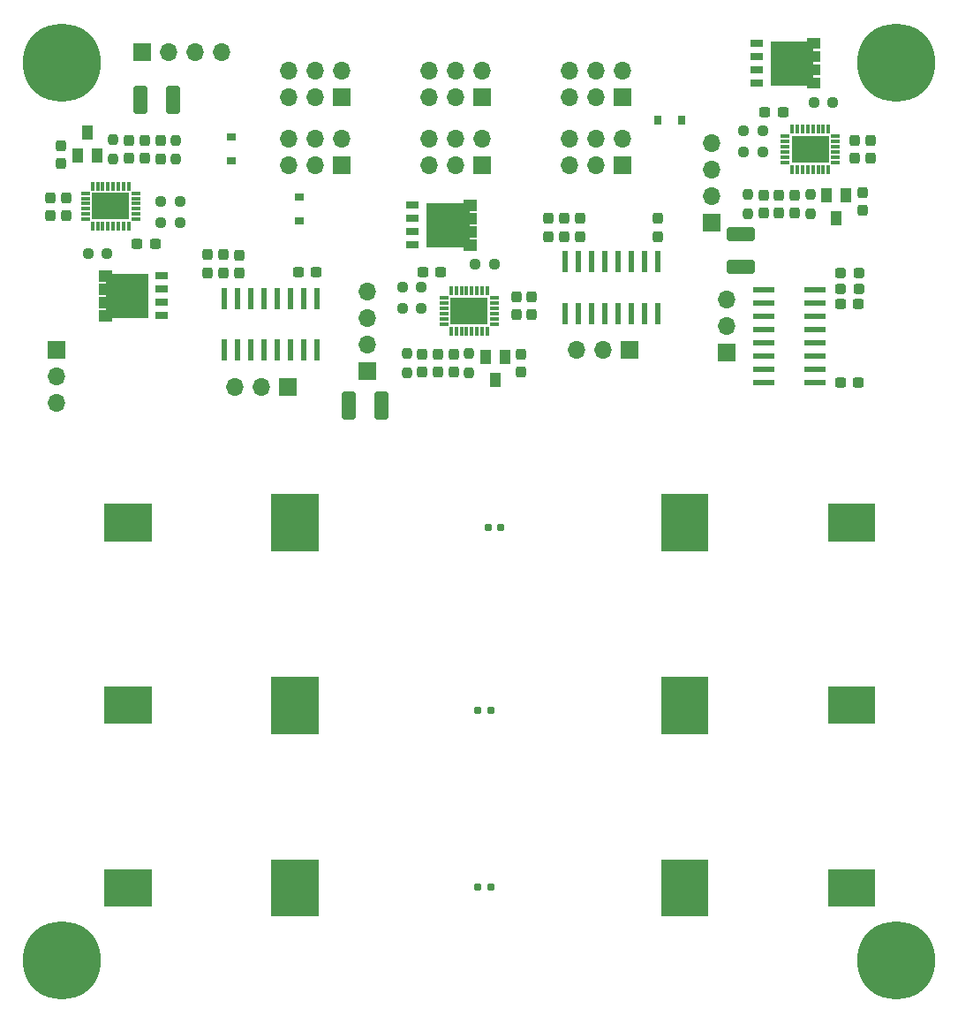
<source format=gts>
%TF.GenerationSoftware,KiCad,Pcbnew,6.0.7*%
%TF.CreationDate,2022-11-21T22:22:27-06:00*%
%TF.ProjectId,CubesatPwrBoard,43756265-7361-4745-9077-72426f617264,rev?*%
%TF.SameCoordinates,Original*%
%TF.FileFunction,Soldermask,Top*%
%TF.FilePolarity,Negative*%
%FSLAX46Y46*%
G04 Gerber Fmt 4.6, Leading zero omitted, Abs format (unit mm)*
G04 Created by KiCad (PCBNEW 6.0.7) date 2022-11-21 22:22:27*
%MOMM*%
%LPD*%
G01*
G04 APERTURE LIST*
G04 Aperture macros list*
%AMRoundRect*
0 Rectangle with rounded corners*
0 $1 Rounding radius*
0 $2 $3 $4 $5 $6 $7 $8 $9 X,Y pos of 4 corners*
0 Add a 4 corners polygon primitive as box body*
4,1,4,$2,$3,$4,$5,$6,$7,$8,$9,$2,$3,0*
0 Add four circle primitives for the rounded corners*
1,1,$1+$1,$2,$3*
1,1,$1+$1,$4,$5*
1,1,$1+$1,$6,$7*
1,1,$1+$1,$8,$9*
0 Add four rect primitives between the rounded corners*
20,1,$1+$1,$2,$3,$4,$5,0*
20,1,$1+$1,$4,$5,$6,$7,0*
20,1,$1+$1,$6,$7,$8,$9,0*
20,1,$1+$1,$8,$9,$2,$3,0*%
G04 Aperture macros list end*
%ADD10C,0.010000*%
%ADD11RoundRect,0.250000X-1.100000X0.412500X-1.100000X-0.412500X1.100000X-0.412500X1.100000X0.412500X0*%
%ADD12R,1.000000X1.400000*%
%ADD13RoundRect,0.237500X-0.250000X-0.237500X0.250000X-0.237500X0.250000X0.237500X-0.250000X0.237500X0*%
%ADD14RoundRect,0.237500X0.237500X-0.250000X0.237500X0.250000X-0.237500X0.250000X-0.237500X-0.250000X0*%
%ADD15R,1.700000X1.700000*%
%ADD16O,1.700000X1.700000*%
%ADD17RoundRect,0.237500X0.250000X0.237500X-0.250000X0.237500X-0.250000X-0.237500X0.250000X-0.237500X0*%
%ADD18RoundRect,0.237500X0.237500X-0.300000X0.237500X0.300000X-0.237500X0.300000X-0.237500X-0.300000X0*%
%ADD19RoundRect,0.237500X-0.237500X0.300000X-0.237500X-0.300000X0.237500X-0.300000X0.237500X0.300000X0*%
%ADD20R,1.270000X0.750000*%
%ADD21RoundRect,0.237500X-0.237500X0.287500X-0.237500X-0.287500X0.237500X-0.287500X0.237500X0.287500X0*%
%ADD22RoundRect,0.237500X-0.237500X0.250000X-0.237500X-0.250000X0.237500X-0.250000X0.237500X0.250000X0*%
%ADD23RoundRect,0.018900X-0.116100X0.411100X-0.116100X-0.411100X0.116100X-0.411100X0.116100X0.411100X0*%
%ADD24RoundRect,0.018900X-0.411100X-0.116100X0.411100X-0.116100X0.411100X0.116100X-0.411100X0.116100X0*%
%ADD25RoundRect,0.018900X0.116100X-0.411100X0.116100X0.411100X-0.116100X0.411100X-0.116100X-0.411100X0*%
%ADD26RoundRect,0.018900X0.411100X0.116100X-0.411100X0.116100X-0.411100X-0.116100X0.411100X-0.116100X0*%
%ADD27R,3.650000X2.650000*%
%ADD28RoundRect,0.237500X-0.300000X-0.237500X0.300000X-0.237500X0.300000X0.237500X-0.300000X0.237500X0*%
%ADD29RoundRect,0.250000X0.412500X1.100000X-0.412500X1.100000X-0.412500X-1.100000X0.412500X-1.100000X0*%
%ADD30RoundRect,0.250000X-0.412500X-1.100000X0.412500X-1.100000X0.412500X1.100000X-0.412500X1.100000X0*%
%ADD31C,7.500000*%
%ADD32RoundRect,0.237500X0.300000X0.237500X-0.300000X0.237500X-0.300000X-0.237500X0.300000X-0.237500X0*%
%ADD33RoundRect,0.041300X0.253700X-0.943700X0.253700X0.943700X-0.253700X0.943700X-0.253700X-0.943700X0*%
%ADD34R,0.900000X0.800000*%
%ADD35RoundRect,0.160000X-0.197500X-0.160000X0.197500X-0.160000X0.197500X0.160000X-0.197500X0.160000X0*%
%ADD36RoundRect,0.041300X-0.943700X-0.253700X0.943700X-0.253700X0.943700X0.253700X-0.943700X0.253700X0*%
%ADD37RoundRect,0.237500X0.287500X0.237500X-0.287500X0.237500X-0.287500X-0.237500X0.287500X-0.237500X0*%
%ADD38RoundRect,0.237500X0.237500X-0.287500X0.237500X0.287500X-0.237500X0.287500X-0.237500X-0.287500X0*%
%ADD39R,0.800000X0.900000*%
G04 APERTURE END LIST*
%TO.C,Q3*%
G36*
X184566250Y-49070000D02*
G01*
X183856250Y-49070000D01*
X183856250Y-49390000D01*
X184566250Y-49390000D01*
X184566250Y-50340000D01*
X183856250Y-50340000D01*
X183856250Y-50660000D01*
X184566250Y-50660000D01*
X184566250Y-51610000D01*
X183856250Y-51610000D01*
X183856250Y-51930000D01*
X184566250Y-51930000D01*
X184566250Y-52880000D01*
X183346250Y-52880000D01*
X183346250Y-52555000D01*
X179846250Y-52555000D01*
X179846250Y-48445000D01*
X183346250Y-48445000D01*
X183346250Y-48120000D01*
X184566250Y-48120000D01*
X184566250Y-49070000D01*
G37*
D10*
X184566250Y-49070000D02*
X183856250Y-49070000D01*
X183856250Y-49390000D01*
X184566250Y-49390000D01*
X184566250Y-50340000D01*
X183856250Y-50340000D01*
X183856250Y-50660000D01*
X184566250Y-50660000D01*
X184566250Y-51610000D01*
X183856250Y-51610000D01*
X183856250Y-51930000D01*
X184566250Y-51930000D01*
X184566250Y-52880000D01*
X183346250Y-52880000D01*
X183346250Y-52555000D01*
X179846250Y-52555000D01*
X179846250Y-48445000D01*
X183346250Y-48445000D01*
X183346250Y-48120000D01*
X184566250Y-48120000D01*
X184566250Y-49070000D01*
%TO.C,BT4*%
G36*
X189820000Y-113750000D02*
G01*
X185380000Y-113750000D01*
X185380000Y-110250000D01*
X189820000Y-110250000D01*
X189820000Y-113750000D01*
G37*
X189820000Y-113750000D02*
X185380000Y-113750000D01*
X185380000Y-110250000D01*
X189820000Y-110250000D01*
X189820000Y-113750000D01*
G36*
X173810000Y-114700000D02*
G01*
X169370000Y-114700000D01*
X169370000Y-109300000D01*
X173810000Y-109300000D01*
X173810000Y-114700000D01*
G37*
X173810000Y-114700000D02*
X169370000Y-114700000D01*
X169370000Y-109300000D01*
X173810000Y-109300000D01*
X173810000Y-114700000D01*
%TO.C,BT6*%
G36*
X189820000Y-131250000D02*
G01*
X185380000Y-131250000D01*
X185380000Y-127750000D01*
X189820000Y-127750000D01*
X189820000Y-131250000D01*
G37*
X189820000Y-131250000D02*
X185380000Y-131250000D01*
X185380000Y-127750000D01*
X189820000Y-127750000D01*
X189820000Y-131250000D01*
G36*
X173810000Y-132200000D02*
G01*
X169370000Y-132200000D01*
X169370000Y-126800000D01*
X173810000Y-126800000D01*
X173810000Y-132200000D01*
G37*
X173810000Y-132200000D02*
X169370000Y-132200000D01*
X169370000Y-126800000D01*
X173810000Y-126800000D01*
X173810000Y-132200000D01*
%TO.C,BT5*%
G36*
X120420000Y-131250000D02*
G01*
X115980000Y-131250000D01*
X115980000Y-127750000D01*
X120420000Y-127750000D01*
X120420000Y-131250000D01*
G37*
X120420000Y-131250000D02*
X115980000Y-131250000D01*
X115980000Y-127750000D01*
X120420000Y-127750000D01*
X120420000Y-131250000D01*
G36*
X136430000Y-132200000D02*
G01*
X131990000Y-132200000D01*
X131990000Y-126800000D01*
X136430000Y-126800000D01*
X136430000Y-132200000D01*
G37*
X136430000Y-132200000D02*
X131990000Y-132200000D01*
X131990000Y-126800000D01*
X136430000Y-126800000D01*
X136430000Y-132200000D01*
%TO.C,BT3*%
G36*
X120420000Y-113750000D02*
G01*
X115980000Y-113750000D01*
X115980000Y-110250000D01*
X120420000Y-110250000D01*
X120420000Y-113750000D01*
G37*
X120420000Y-113750000D02*
X115980000Y-113750000D01*
X115980000Y-110250000D01*
X120420000Y-110250000D01*
X120420000Y-113750000D01*
G36*
X136430000Y-114700000D02*
G01*
X131990000Y-114700000D01*
X131990000Y-109300000D01*
X136430000Y-109300000D01*
X136430000Y-114700000D01*
G37*
X136430000Y-114700000D02*
X131990000Y-114700000D01*
X131990000Y-109300000D01*
X136430000Y-109300000D01*
X136430000Y-114700000D01*
%TO.C,Q1*%
G36*
X116640000Y-70732500D02*
G01*
X120140000Y-70732500D01*
X120140000Y-74842500D01*
X116640000Y-74842500D01*
X116640000Y-75167500D01*
X115420000Y-75167500D01*
X115420000Y-74217500D01*
X116130000Y-74217500D01*
X116130000Y-73897500D01*
X115420000Y-73897500D01*
X115420000Y-72947500D01*
X116130000Y-72947500D01*
X116130000Y-72627500D01*
X115420000Y-72627500D01*
X115420000Y-71677500D01*
X116130000Y-71677500D01*
X116130000Y-71357500D01*
X115420000Y-71357500D01*
X115420000Y-70407500D01*
X116640000Y-70407500D01*
X116640000Y-70732500D01*
G37*
X116640000Y-70732500D02*
X120140000Y-70732500D01*
X120140000Y-74842500D01*
X116640000Y-74842500D01*
X116640000Y-75167500D01*
X115420000Y-75167500D01*
X115420000Y-74217500D01*
X116130000Y-74217500D01*
X116130000Y-73897500D01*
X115420000Y-73897500D01*
X115420000Y-72947500D01*
X116130000Y-72947500D01*
X116130000Y-72627500D01*
X115420000Y-72627500D01*
X115420000Y-71677500D01*
X116130000Y-71677500D01*
X116130000Y-71357500D01*
X115420000Y-71357500D01*
X115420000Y-70407500D01*
X116640000Y-70407500D01*
X116640000Y-70732500D01*
%TO.C,BT1*%
G36*
X120420000Y-96250000D02*
G01*
X115980000Y-96250000D01*
X115980000Y-92750000D01*
X120420000Y-92750000D01*
X120420000Y-96250000D01*
G37*
X120420000Y-96250000D02*
X115980000Y-96250000D01*
X115980000Y-92750000D01*
X120420000Y-92750000D01*
X120420000Y-96250000D01*
G36*
X136430000Y-97200000D02*
G01*
X131990000Y-97200000D01*
X131990000Y-91800000D01*
X136430000Y-91800000D01*
X136430000Y-97200000D01*
G37*
X136430000Y-97200000D02*
X131990000Y-97200000D01*
X131990000Y-91800000D01*
X136430000Y-91800000D01*
X136430000Y-97200000D01*
%TO.C,Q5*%
G36*
X151606554Y-64570000D02*
G01*
X150896554Y-64570000D01*
X150896554Y-64890000D01*
X151606554Y-64890000D01*
X151606554Y-65840000D01*
X150896554Y-65840000D01*
X150896554Y-66160000D01*
X151606554Y-66160000D01*
X151606554Y-67110000D01*
X150896554Y-67110000D01*
X150896554Y-67430000D01*
X151606554Y-67430000D01*
X151606554Y-68380000D01*
X150386554Y-68380000D01*
X150386554Y-68055000D01*
X146886554Y-68055000D01*
X146886554Y-63945000D01*
X150386554Y-63945000D01*
X150386554Y-63620000D01*
X151606554Y-63620000D01*
X151606554Y-64570000D01*
G37*
X151606554Y-64570000D02*
X150896554Y-64570000D01*
X150896554Y-64890000D01*
X151606554Y-64890000D01*
X151606554Y-65840000D01*
X150896554Y-65840000D01*
X150896554Y-66160000D01*
X151606554Y-66160000D01*
X151606554Y-67110000D01*
X150896554Y-67110000D01*
X150896554Y-67430000D01*
X151606554Y-67430000D01*
X151606554Y-68380000D01*
X150386554Y-68380000D01*
X150386554Y-68055000D01*
X146886554Y-68055000D01*
X146886554Y-63945000D01*
X150386554Y-63945000D01*
X150386554Y-63620000D01*
X151606554Y-63620000D01*
X151606554Y-64570000D01*
%TO.C,BT2*%
G36*
X173810000Y-97200000D02*
G01*
X169370000Y-97200000D01*
X169370000Y-91800000D01*
X173810000Y-91800000D01*
X173810000Y-97200000D01*
G37*
X173810000Y-97200000D02*
X169370000Y-97200000D01*
X169370000Y-91800000D01*
X173810000Y-91800000D01*
X173810000Y-97200000D01*
G36*
X189820000Y-96250000D02*
G01*
X185380000Y-96250000D01*
X185380000Y-92750000D01*
X189820000Y-92750000D01*
X189820000Y-96250000D01*
G37*
X189820000Y-96250000D02*
X185380000Y-96250000D01*
X185380000Y-92750000D01*
X189820000Y-92750000D01*
X189820000Y-96250000D01*
%TD*%
D11*
%TO.C,C8*%
X177000000Y-70062500D03*
X177000000Y-66937500D03*
%TD*%
D12*
%TO.C,Q4*%
X187111250Y-63150000D03*
X185211250Y-63150000D03*
X186161250Y-65350000D03*
%TD*%
D13*
%TO.C,R9*%
X177248750Y-59000000D03*
X179073750Y-59000000D03*
%TD*%
D14*
%TO.C,R6*%
X177661250Y-64912500D03*
X177661250Y-63087500D03*
%TD*%
D15*
%TO.C,J2*%
X174161250Y-65800000D03*
D16*
X174161250Y-63260000D03*
X174161250Y-60720000D03*
X174161250Y-58180000D03*
%TD*%
D17*
%TO.C,R7*%
X179073750Y-57000000D03*
X177248750Y-57000000D03*
%TD*%
D18*
%TO.C,C9*%
X179161250Y-64862500D03*
X179161250Y-63137500D03*
%TD*%
D19*
%TO.C,C14*%
X187911250Y-57887500D03*
X187911250Y-59612500D03*
%TD*%
%TO.C,C12*%
X189411250Y-57887500D03*
X189411250Y-59612500D03*
%TD*%
%TO.C,C11*%
X180661250Y-63137500D03*
X180661250Y-64862500D03*
%TD*%
D18*
%TO.C,C13*%
X182161250Y-64862500D03*
X182161250Y-63137500D03*
%TD*%
D20*
%TO.C,Q3*%
X178491250Y-48595000D03*
X178491250Y-49865000D03*
X178491250Y-51135000D03*
X178491250Y-52405000D03*
%TD*%
D21*
%TO.C,L2*%
X188661250Y-62875000D03*
X188661250Y-64625000D03*
%TD*%
D17*
%TO.C,R8*%
X185823750Y-54250000D03*
X183998750Y-54250000D03*
%TD*%
D22*
%TO.C,R10*%
X183661250Y-63087500D03*
X183661250Y-64912500D03*
%TD*%
D23*
%TO.C,U2*%
X185411250Y-56815000D03*
X184911250Y-56815000D03*
X184411250Y-56815000D03*
X183911250Y-56815000D03*
X183411250Y-56815000D03*
X182911250Y-56815000D03*
X182411250Y-56815000D03*
X181911250Y-56815000D03*
D24*
X181226250Y-57500000D03*
X181226250Y-58000000D03*
X181226250Y-58500000D03*
X181226250Y-59000000D03*
X181226250Y-59500000D03*
X181226250Y-60000000D03*
D25*
X181911250Y-60685000D03*
X182411250Y-60685000D03*
X182911250Y-60685000D03*
X183411250Y-60685000D03*
X183911250Y-60685000D03*
X184411250Y-60685000D03*
X184911250Y-60685000D03*
X185411250Y-60685000D03*
D26*
X186096250Y-60000000D03*
X186096250Y-59500000D03*
X186096250Y-59000000D03*
X186096250Y-58500000D03*
X186096250Y-58000000D03*
X186096250Y-57500000D03*
D27*
X183661250Y-58750000D03*
%TD*%
D28*
%TO.C,C10*%
X179298750Y-55250000D03*
X181023750Y-55250000D03*
%TD*%
D29*
%TO.C,C15*%
X142562500Y-83362500D03*
X139437500Y-83362500D03*
%TD*%
D30*
%TO.C,C1*%
X119437500Y-54000000D03*
X122562500Y-54000000D03*
%TD*%
D19*
%TO.C,C2*%
X121337500Y-57937500D03*
X121337500Y-59662500D03*
%TD*%
D15*
%TO.C,J11*%
X165665000Y-53790000D03*
D16*
X165665000Y-51250000D03*
X163125000Y-53790000D03*
X163125000Y-51250000D03*
X160585000Y-53790000D03*
X160585000Y-51250000D03*
%TD*%
D15*
%TO.C,J12*%
X152150000Y-53790000D03*
D16*
X152150000Y-51250000D03*
X149610000Y-53790000D03*
X149610000Y-51250000D03*
X147070000Y-53790000D03*
X147070000Y-51250000D03*
%TD*%
D19*
%TO.C,C19*%
X156951554Y-72887500D03*
X156951554Y-74612500D03*
%TD*%
D12*
%TO.C,Q2*%
X113375000Y-59387500D03*
X115275000Y-59387500D03*
X114325000Y-57187500D03*
%TD*%
D18*
%TO.C,C4*%
X119825000Y-59650000D03*
X119825000Y-57925000D03*
%TD*%
D19*
%TO.C,C21*%
X155451554Y-72887500D03*
X155451554Y-74612500D03*
%TD*%
D31*
%TO.C,H2*%
X111900000Y-136500000D03*
%TD*%
D15*
%TO.C,J5*%
X111400000Y-78000000D03*
D16*
X111400000Y-80540000D03*
X111400000Y-83080000D03*
%TD*%
D18*
%TO.C,C20*%
X149451554Y-80112500D03*
X149451554Y-78387500D03*
%TD*%
D31*
%TO.C,H1*%
X191900000Y-136500000D03*
%TD*%
D21*
%TO.C,L5*%
X125885000Y-68875000D03*
X125885000Y-70625000D03*
%TD*%
D15*
%TO.C,J15*%
X152150000Y-60290000D03*
D16*
X152150000Y-57750000D03*
X149610000Y-60290000D03*
X149610000Y-57750000D03*
X147070000Y-60290000D03*
X147070000Y-57750000D03*
%TD*%
D14*
%TO.C,R11*%
X144951554Y-80162500D03*
X144951554Y-78337500D03*
%TD*%
D31*
%TO.C,H3*%
X111900000Y-50500000D03*
%TD*%
%TO.C,H4*%
X191900000Y-50500000D03*
%TD*%
D32*
%TO.C,C32*%
X188297074Y-73610000D03*
X186572074Y-73610000D03*
%TD*%
D19*
%TO.C,C6*%
X118325000Y-57925000D03*
X118325000Y-59650000D03*
%TD*%
D18*
%TO.C,C16*%
X146451554Y-80112500D03*
X146451554Y-78387500D03*
%TD*%
D33*
%TO.C,U5*%
X127455000Y-77985426D03*
X128725000Y-77985426D03*
X129995000Y-77985426D03*
X131265000Y-77985426D03*
X132535000Y-77985426D03*
X133805000Y-77985426D03*
X135075000Y-77985426D03*
X136345000Y-77985426D03*
X136345000Y-73035426D03*
X135075000Y-73035426D03*
X133805000Y-73035426D03*
X132535000Y-73035426D03*
X131265000Y-73035426D03*
X129995000Y-73035426D03*
X128725000Y-73035426D03*
X127455000Y-73035426D03*
%TD*%
D13*
%TO.C,R14*%
X144539054Y-74000000D03*
X146364054Y-74000000D03*
%TD*%
D17*
%TO.C,R12*%
X146364054Y-72000000D03*
X144539054Y-72000000D03*
%TD*%
D21*
%TO.C,L3*%
X155951554Y-78375000D03*
X155951554Y-80125000D03*
%TD*%
D15*
%TO.C,J13*%
X138720000Y-53790000D03*
D16*
X138720000Y-51250000D03*
X136180000Y-53790000D03*
X136180000Y-51250000D03*
X133640000Y-53790000D03*
X133640000Y-51250000D03*
%TD*%
D23*
%TO.C,U3*%
X152701554Y-72315000D03*
X152201554Y-72315000D03*
X151701554Y-72315000D03*
X151201554Y-72315000D03*
X150701554Y-72315000D03*
X150201554Y-72315000D03*
X149701554Y-72315000D03*
X149201554Y-72315000D03*
D24*
X148516554Y-73000000D03*
X148516554Y-73500000D03*
X148516554Y-74000000D03*
X148516554Y-74500000D03*
X148516554Y-75000000D03*
X148516554Y-75500000D03*
D25*
X149201554Y-76185000D03*
X149701554Y-76185000D03*
X150201554Y-76185000D03*
X150701554Y-76185000D03*
X151201554Y-76185000D03*
X151701554Y-76185000D03*
X152201554Y-76185000D03*
X152701554Y-76185000D03*
D26*
X153386554Y-75500000D03*
X153386554Y-75000000D03*
X153386554Y-74500000D03*
X153386554Y-74000000D03*
X153386554Y-73500000D03*
X153386554Y-73000000D03*
D27*
X150951554Y-74250000D03*
%TD*%
D21*
%TO.C,D5*%
X127400000Y-68885426D03*
X127400000Y-70635426D03*
%TD*%
D13*
%TO.C,R2*%
X121412500Y-65787500D03*
X123237500Y-65787500D03*
%TD*%
D12*
%TO.C,Q6*%
X154401554Y-78650000D03*
X152501554Y-78650000D03*
X153451554Y-80850000D03*
%TD*%
D33*
%TO.C,U7*%
X160130000Y-74475000D03*
X161400000Y-74475000D03*
X162670000Y-74475000D03*
X163940000Y-74475000D03*
X165210000Y-74475000D03*
X166480000Y-74475000D03*
X167750000Y-74475000D03*
X169020000Y-74475000D03*
X169020000Y-69525000D03*
X167750000Y-69525000D03*
X166480000Y-69525000D03*
X165210000Y-69525000D03*
X163940000Y-69525000D03*
X162670000Y-69525000D03*
X161400000Y-69525000D03*
X160130000Y-69525000D03*
%TD*%
D34*
%TO.C,D2*%
X134650000Y-65650000D03*
X134650000Y-63350000D03*
%TD*%
D35*
%TO.C,TH1*%
X152802500Y-95000000D03*
X153997500Y-95000000D03*
%TD*%
D21*
%TO.C,L7*%
X158575000Y-65375000D03*
X158575000Y-67125000D03*
%TD*%
D22*
%TO.C,R1*%
X122837500Y-57887500D03*
X122837500Y-59712500D03*
%TD*%
D19*
%TO.C,C18*%
X147951554Y-78387500D03*
X147951554Y-80112500D03*
%TD*%
%TO.C,C34*%
X161575000Y-65387500D03*
X161575000Y-67112500D03*
%TD*%
D15*
%TO.C,J7*%
X175659574Y-78235000D03*
D16*
X175659574Y-75695000D03*
X175659574Y-73155000D03*
%TD*%
D32*
%TO.C,C29*%
X136262500Y-70510426D03*
X134537500Y-70510426D03*
%TD*%
D21*
%TO.C,D7*%
X160075000Y-65375000D03*
X160075000Y-67125000D03*
%TD*%
D36*
%TO.C,U6*%
X179184574Y-72190000D03*
X179184574Y-73460000D03*
X179184574Y-74730000D03*
X179184574Y-76000000D03*
X179184574Y-77270000D03*
X179184574Y-78540000D03*
X179184574Y-79810000D03*
X179184574Y-81080000D03*
X184134574Y-81080000D03*
X184134574Y-79810000D03*
X184134574Y-78540000D03*
X184134574Y-77270000D03*
X184134574Y-76000000D03*
X184134574Y-74730000D03*
X184134574Y-73460000D03*
X184134574Y-72190000D03*
%TD*%
D35*
%TO.C,TH2*%
X151802500Y-112500000D03*
X152997500Y-112500000D03*
%TD*%
D13*
%TO.C,R3*%
X114412500Y-68787500D03*
X116237500Y-68787500D03*
%TD*%
D20*
%TO.C,Q1*%
X121495000Y-74692500D03*
X121495000Y-73422500D03*
X121495000Y-72152500D03*
X121495000Y-70882500D03*
%TD*%
D22*
%TO.C,R15*%
X150951554Y-78337500D03*
X150951554Y-80162500D03*
%TD*%
D18*
%TO.C,C7*%
X112325000Y-65150000D03*
X112325000Y-63425000D03*
%TD*%
D15*
%TO.C,J6*%
X133560000Y-81525000D03*
D16*
X131020000Y-81525000D03*
X128480000Y-81525000D03*
%TD*%
D28*
%TO.C,C31*%
X186572074Y-81110000D03*
X188297074Y-81110000D03*
%TD*%
D15*
%TO.C,J1*%
X119600000Y-49475000D03*
D16*
X122140000Y-49475000D03*
X124680000Y-49475000D03*
X127220000Y-49475000D03*
%TD*%
D15*
%TO.C,J8*%
X166325000Y-78025000D03*
D16*
X163785000Y-78025000D03*
X161245000Y-78025000D03*
%TD*%
D15*
%TO.C,J14*%
X138720000Y-60290000D03*
D16*
X138720000Y-57750000D03*
X136180000Y-60290000D03*
X136180000Y-57750000D03*
X133640000Y-60290000D03*
X133640000Y-57750000D03*
%TD*%
D20*
%TO.C,Q5*%
X145531554Y-64095000D03*
X145531554Y-65365000D03*
X145531554Y-66635000D03*
X145531554Y-67905000D03*
%TD*%
D19*
%TO.C,C30*%
X128900000Y-68897926D03*
X128900000Y-70622926D03*
%TD*%
D28*
%TO.C,C17*%
X146476554Y-70500000D03*
X148201554Y-70500000D03*
%TD*%
D15*
%TO.C,J3*%
X141176554Y-80050000D03*
D16*
X141176554Y-77510000D03*
X141176554Y-74970000D03*
X141176554Y-72430000D03*
%TD*%
D17*
%TO.C,R13*%
X153364054Y-69750000D03*
X151539054Y-69750000D03*
%TD*%
D37*
%TO.C,D6*%
X188309574Y-72110000D03*
X186559574Y-72110000D03*
%TD*%
D38*
%TO.C,L1*%
X111825000Y-60162500D03*
X111825000Y-58412500D03*
%TD*%
D37*
%TO.C,L6*%
X188309574Y-70610000D03*
X186559574Y-70610000D03*
%TD*%
D18*
%TO.C,C33*%
X169075000Y-67112500D03*
X169075000Y-65387500D03*
%TD*%
D32*
%TO.C,C3*%
X120825000Y-67787500D03*
X119100000Y-67787500D03*
%TD*%
D18*
%TO.C,C5*%
X110825000Y-65150000D03*
X110825000Y-63425000D03*
%TD*%
D25*
%TO.C,U1*%
X114825000Y-66157500D03*
X115325000Y-66157500D03*
X115825000Y-66157500D03*
X116325000Y-66157500D03*
X116825000Y-66157500D03*
X117325000Y-66157500D03*
X117825000Y-66157500D03*
X118325000Y-66157500D03*
D26*
X119010000Y-65472500D03*
X119010000Y-64972500D03*
X119010000Y-64472500D03*
X119010000Y-63972500D03*
X119010000Y-63472500D03*
X119010000Y-62972500D03*
D23*
X118325000Y-62287500D03*
X117825000Y-62287500D03*
X117325000Y-62287500D03*
X116825000Y-62287500D03*
X116325000Y-62287500D03*
X115825000Y-62287500D03*
X115325000Y-62287500D03*
X114825000Y-62287500D03*
D24*
X114140000Y-62972500D03*
X114140000Y-63472500D03*
X114140000Y-63972500D03*
X114140000Y-64472500D03*
X114140000Y-64972500D03*
X114140000Y-65472500D03*
D27*
X116575000Y-64222500D03*
%TD*%
D39*
%TO.C,D3*%
X171300000Y-56000000D03*
X169000000Y-56000000D03*
%TD*%
D35*
%TO.C,TH3*%
X151802500Y-129500000D03*
X152997500Y-129500000D03*
%TD*%
D15*
%TO.C,J10*%
X165665000Y-60290000D03*
D16*
X165665000Y-57750000D03*
X163125000Y-60290000D03*
X163125000Y-57750000D03*
X160585000Y-60290000D03*
X160585000Y-57750000D03*
%TD*%
D14*
%TO.C,R5*%
X116825000Y-59700000D03*
X116825000Y-57875000D03*
%TD*%
D34*
%TO.C,D1*%
X128150000Y-59900000D03*
X128150000Y-57600000D03*
%TD*%
D17*
%TO.C,R4*%
X123237500Y-63787500D03*
X121412500Y-63787500D03*
%TD*%
M02*

</source>
